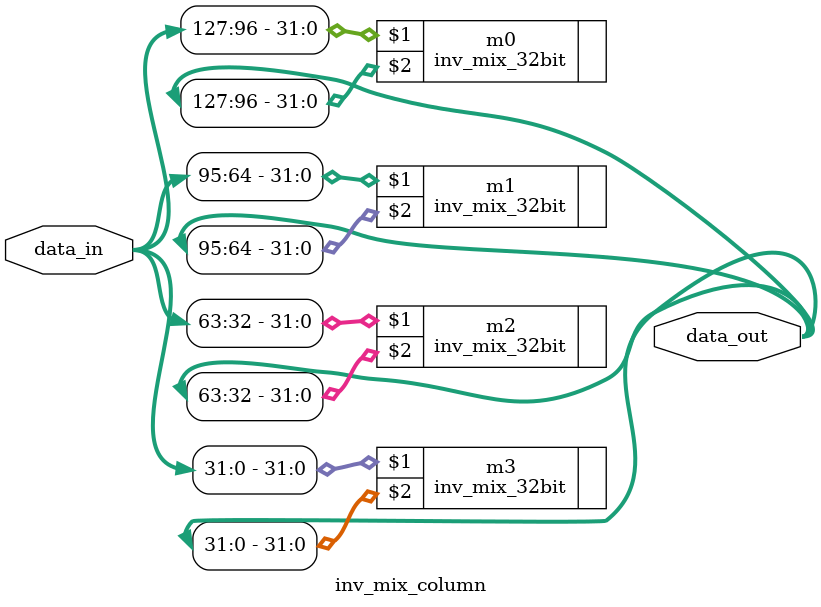
<source format=v>
module inv_mix_column(data_in,data_out);
    input[127:0] data_in;
    output[127:0] data_out;

    inv_mix_32bit m0(data_in[127:96],data_out[127:96]);
    inv_mix_32bit m1(data_in[95:64],data_out[95:64]);
    inv_mix_32bit m2(data_in[63:32],data_out[63:32]);
    inv_mix_32bit m3(data_in[31:0],data_out[31:0]);

endmodule
</source>
